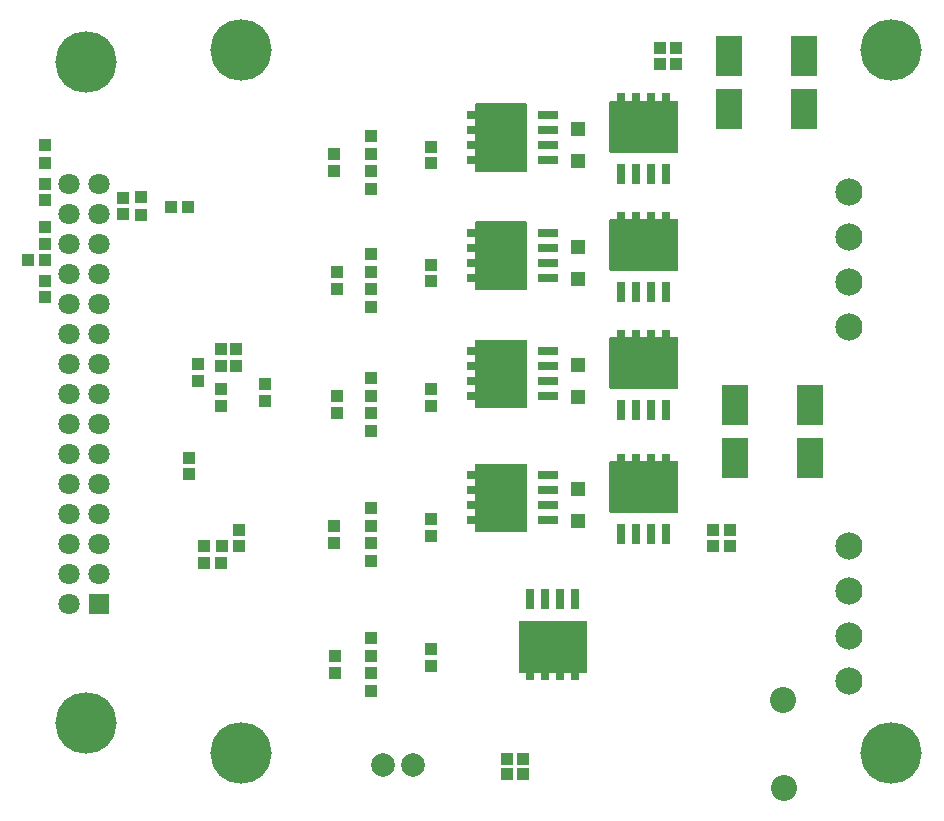
<source format=gbs>
G04 Layer_Color=16711935*
%FSLAX44Y44*%
%MOMM*%
G71*
G01*
G75*
%ADD54R,2.2032X3.4032*%
%ADD55R,1.0032X1.1032*%
%ADD56R,1.1032X1.0032*%
%ADD74C,2.0032*%
%ADD75C,1.8032*%
%ADD76R,1.8032X1.8032*%
%ADD77C,2.3032*%
%ADD78C,5.2032*%
%ADD79C,2.2032*%
%ADD80R,1.2032X1.2032*%
%ADD81R,1.7032X0.7032*%
%ADD82R,0.7032X1.7032*%
G36*
X869133Y977009D02*
X869264Y976983D01*
X869390Y976941D01*
X869509Y976882D01*
X869620Y976808D01*
X869720Y976720D01*
X869808Y976620D01*
X869882Y976509D01*
X869941Y976390D01*
X869984Y976264D01*
X870010Y976133D01*
X870018Y976000D01*
Y934000D01*
X870010Y933867D01*
X869984Y933736D01*
X869941Y933610D01*
X869882Y933491D01*
X869808Y933380D01*
X869720Y933280D01*
X869620Y933192D01*
X869509Y933118D01*
X869390Y933059D01*
X869264Y933016D01*
X869133Y932990D01*
X869000Y932982D01*
X813000D01*
X812867Y932990D01*
X812737Y933016D01*
X812610Y933059D01*
X812491Y933118D01*
X812380Y933192D01*
X812280Y933280D01*
X812192Y933380D01*
X812118Y933491D01*
X812059Y933610D01*
X812017Y933736D01*
X811991Y933867D01*
X811982Y934000D01*
Y976000D01*
X811991Y976133D01*
X812017Y976264D01*
X812059Y976390D01*
X812118Y976509D01*
X812192Y976620D01*
X812280Y976720D01*
X812380Y976808D01*
X812491Y976882D01*
X812610Y976941D01*
X812737Y976983D01*
X812867Y977009D01*
X813000Y977018D01*
X869000D01*
X869133Y977009D01*
D02*
G37*
G36*
X741133Y975009D02*
X741264Y974983D01*
X741390Y974941D01*
X741509Y974882D01*
X741620Y974808D01*
X741720Y974720D01*
X741808Y974620D01*
X741882Y974509D01*
X741941Y974390D01*
X741983Y974264D01*
X742010Y974133D01*
X742018Y974000D01*
Y918000D01*
X742010Y917867D01*
X741983Y917736D01*
X741941Y917610D01*
X741882Y917491D01*
X741808Y917380D01*
X741720Y917280D01*
X741620Y917192D01*
X741509Y917118D01*
X741390Y917059D01*
X741264Y917017D01*
X741133Y916991D01*
X741000Y916982D01*
X699000D01*
X698867Y916991D01*
X698736Y917017D01*
X698610Y917059D01*
X698491Y917118D01*
X698380Y917192D01*
X698280Y917280D01*
X698192Y917380D01*
X698118Y917491D01*
X698059Y917610D01*
X698017Y917736D01*
X697991Y917867D01*
X697982Y918000D01*
Y974000D01*
X697991Y974133D01*
X698017Y974264D01*
X698059Y974390D01*
X698118Y974509D01*
X698192Y974620D01*
X698280Y974720D01*
X698380Y974808D01*
X698491Y974882D01*
X698610Y974941D01*
X698736Y974983D01*
X698867Y975009D01*
X699000Y975018D01*
X741000D01*
X741133Y975009D01*
D02*
G37*
G36*
X869133Y877009D02*
X869264Y876983D01*
X869390Y876941D01*
X869509Y876882D01*
X869620Y876808D01*
X869720Y876720D01*
X869808Y876620D01*
X869882Y876509D01*
X869941Y876390D01*
X869984Y876264D01*
X870010Y876133D01*
X870018Y876000D01*
Y834000D01*
X870010Y833867D01*
X869984Y833736D01*
X869941Y833610D01*
X869882Y833491D01*
X869808Y833380D01*
X869720Y833280D01*
X869620Y833192D01*
X869509Y833118D01*
X869390Y833059D01*
X869264Y833017D01*
X869133Y832990D01*
X869000Y832982D01*
X813000D01*
X812867Y832990D01*
X812737Y833017D01*
X812610Y833059D01*
X812491Y833118D01*
X812380Y833192D01*
X812280Y833280D01*
X812192Y833380D01*
X812118Y833491D01*
X812059Y833610D01*
X812017Y833736D01*
X811991Y833867D01*
X811982Y834000D01*
Y876000D01*
X811991Y876133D01*
X812017Y876264D01*
X812059Y876390D01*
X812118Y876509D01*
X812192Y876620D01*
X812280Y876720D01*
X812380Y876808D01*
X812491Y876882D01*
X812610Y876941D01*
X812737Y876983D01*
X812867Y877009D01*
X813000Y877018D01*
X869000D01*
X869133Y877009D01*
D02*
G37*
G36*
X741133Y875010D02*
X741264Y874984D01*
X741390Y874941D01*
X741509Y874882D01*
X741620Y874808D01*
X741720Y874720D01*
X741808Y874620D01*
X741882Y874509D01*
X741941Y874390D01*
X741984Y874264D01*
X742010Y874133D01*
X742018Y874000D01*
Y818000D01*
X742010Y817867D01*
X741984Y817737D01*
X741941Y817610D01*
X741882Y817491D01*
X741808Y817380D01*
X741720Y817280D01*
X741620Y817192D01*
X741509Y817118D01*
X741390Y817059D01*
X741264Y817017D01*
X741133Y816991D01*
X741000Y816982D01*
X699000D01*
X698867Y816991D01*
X698737Y817017D01*
X698610Y817059D01*
X698491Y817118D01*
X698380Y817192D01*
X698280Y817280D01*
X698192Y817380D01*
X698118Y817491D01*
X698059Y817610D01*
X698017Y817737D01*
X697991Y817867D01*
X697982Y818000D01*
Y874000D01*
X697991Y874133D01*
X698017Y874264D01*
X698059Y874390D01*
X698118Y874509D01*
X698192Y874620D01*
X698280Y874720D01*
X698380Y874808D01*
X698491Y874882D01*
X698610Y874941D01*
X698737Y874984D01*
X698867Y875010D01*
X699000Y875018D01*
X741000D01*
X741133Y875010D01*
D02*
G37*
G36*
X869133Y777009D02*
X869264Y776983D01*
X869390Y776941D01*
X869509Y776882D01*
X869620Y776808D01*
X869720Y776720D01*
X869808Y776620D01*
X869882Y776509D01*
X869941Y776390D01*
X869984Y776264D01*
X870010Y776133D01*
X870018Y776000D01*
Y734000D01*
X870010Y733867D01*
X869984Y733736D01*
X869941Y733610D01*
X869882Y733491D01*
X869808Y733380D01*
X869720Y733280D01*
X869620Y733192D01*
X869509Y733118D01*
X869390Y733059D01*
X869264Y733017D01*
X869133Y732990D01*
X869000Y732982D01*
X813000D01*
X812867Y732990D01*
X812737Y733017D01*
X812610Y733059D01*
X812491Y733118D01*
X812380Y733192D01*
X812280Y733280D01*
X812192Y733380D01*
X812118Y733491D01*
X812059Y733610D01*
X812017Y733736D01*
X811991Y733867D01*
X811982Y734000D01*
Y776000D01*
X811991Y776133D01*
X812017Y776264D01*
X812059Y776390D01*
X812118Y776509D01*
X812192Y776620D01*
X812280Y776720D01*
X812380Y776808D01*
X812491Y776882D01*
X812610Y776941D01*
X812737Y776983D01*
X812867Y777009D01*
X813000Y777018D01*
X869000D01*
X869133Y777009D01*
D02*
G37*
G36*
X741133Y775009D02*
X741264Y774984D01*
X741390Y774941D01*
X741509Y774882D01*
X741620Y774808D01*
X741720Y774720D01*
X741808Y774620D01*
X741882Y774509D01*
X741941Y774390D01*
X741983Y774264D01*
X742010Y774133D01*
X742018Y774000D01*
Y718000D01*
X742010Y717867D01*
X741983Y717736D01*
X741941Y717610D01*
X741882Y717491D01*
X741808Y717380D01*
X741720Y717280D01*
X741620Y717192D01*
X741509Y717118D01*
X741390Y717059D01*
X741264Y717017D01*
X741133Y716991D01*
X741000Y716982D01*
X699000D01*
X698867Y716991D01*
X698736Y717017D01*
X698610Y717059D01*
X698491Y717118D01*
X698380Y717192D01*
X698280Y717280D01*
X698192Y717380D01*
X698118Y717491D01*
X698059Y717610D01*
X698017Y717736D01*
X697991Y717867D01*
X697982Y718000D01*
Y774000D01*
X697991Y774133D01*
X698017Y774264D01*
X698059Y774390D01*
X698118Y774509D01*
X698192Y774620D01*
X698280Y774720D01*
X698380Y774808D01*
X698491Y774882D01*
X698610Y774941D01*
X698736Y774984D01*
X698867Y775009D01*
X699000Y775018D01*
X741000D01*
X741133Y775009D01*
D02*
G37*
G36*
X869133Y672009D02*
X869264Y671983D01*
X869390Y671941D01*
X869509Y671882D01*
X869620Y671808D01*
X869720Y671720D01*
X869808Y671620D01*
X869882Y671509D01*
X869941Y671390D01*
X869984Y671264D01*
X870010Y671133D01*
X870018Y671000D01*
Y629000D01*
X870010Y628867D01*
X869984Y628736D01*
X869941Y628610D01*
X869882Y628491D01*
X869808Y628380D01*
X869720Y628280D01*
X869620Y628192D01*
X869509Y628118D01*
X869390Y628059D01*
X869264Y628017D01*
X869133Y627990D01*
X869000Y627982D01*
X813000D01*
X812867Y627990D01*
X812737Y628017D01*
X812610Y628059D01*
X812491Y628118D01*
X812380Y628192D01*
X812280Y628280D01*
X812192Y628380D01*
X812118Y628491D01*
X812059Y628610D01*
X812017Y628736D01*
X811991Y628867D01*
X811982Y629000D01*
Y671000D01*
X811991Y671133D01*
X812017Y671264D01*
X812059Y671390D01*
X812118Y671509D01*
X812192Y671620D01*
X812280Y671720D01*
X812380Y671808D01*
X812491Y671882D01*
X812610Y671941D01*
X812737Y671983D01*
X812867Y672009D01*
X813000Y672018D01*
X869000D01*
X869133Y672009D01*
D02*
G37*
G36*
X741133Y670009D02*
X741264Y669983D01*
X741390Y669941D01*
X741509Y669882D01*
X741620Y669808D01*
X741720Y669720D01*
X741808Y669620D01*
X741882Y669509D01*
X741941Y669390D01*
X741983Y669264D01*
X742010Y669133D01*
X742018Y669000D01*
Y613000D01*
X742010Y612867D01*
X741983Y612736D01*
X741941Y612610D01*
X741882Y612491D01*
X741808Y612380D01*
X741720Y612280D01*
X741620Y612192D01*
X741509Y612118D01*
X741390Y612059D01*
X741264Y612016D01*
X741133Y611991D01*
X741000Y611982D01*
X699000D01*
X698867Y611991D01*
X698736Y612016D01*
X698610Y612059D01*
X698491Y612118D01*
X698380Y612192D01*
X698280Y612280D01*
X698192Y612380D01*
X698118Y612491D01*
X698059Y612610D01*
X698017Y612736D01*
X697991Y612867D01*
X697982Y613000D01*
Y669000D01*
X697991Y669133D01*
X698017Y669264D01*
X698059Y669390D01*
X698118Y669509D01*
X698192Y669620D01*
X698280Y669720D01*
X698380Y669808D01*
X698491Y669882D01*
X698610Y669941D01*
X698736Y669983D01*
X698867Y670009D01*
X699000Y670018D01*
X741000D01*
X741133Y670009D01*
D02*
G37*
G36*
X792133Y537010D02*
X792263Y536983D01*
X792390Y536941D01*
X792509Y536882D01*
X792620Y536808D01*
X792720Y536720D01*
X792808Y536620D01*
X792882Y536509D01*
X792941Y536390D01*
X792983Y536264D01*
X793009Y536133D01*
X793018Y536000D01*
Y494000D01*
X793009Y493867D01*
X792983Y493736D01*
X792941Y493610D01*
X792882Y493491D01*
X792808Y493380D01*
X792720Y493280D01*
X792620Y493192D01*
X792509Y493118D01*
X792390Y493059D01*
X792263Y493017D01*
X792133Y492991D01*
X792000Y492982D01*
X736000D01*
X735867Y492991D01*
X735736Y493017D01*
X735610Y493059D01*
X735491Y493118D01*
X735380Y493192D01*
X735280Y493280D01*
X735192Y493380D01*
X735118Y493491D01*
X735059Y493610D01*
X735016Y493736D01*
X734990Y493867D01*
X734982Y494000D01*
Y536000D01*
X734990Y536133D01*
X735016Y536264D01*
X735059Y536390D01*
X735118Y536509D01*
X735192Y536620D01*
X735280Y536720D01*
X735380Y536808D01*
X735491Y536882D01*
X735610Y536941D01*
X735736Y536983D01*
X735867Y537010D01*
X736000Y537018D01*
X792000D01*
X792133Y537010D01*
D02*
G37*
D54*
X981700Y720000D02*
D03*
X918300D02*
D03*
X981700Y675000D02*
D03*
X918300D02*
D03*
X976700Y1015000D02*
D03*
X913300D02*
D03*
X976700Y970000D02*
D03*
X913300D02*
D03*
D55*
X468380Y600000D02*
D03*
X483620D02*
D03*
X469000Y586000D02*
D03*
X483000D02*
D03*
X334000Y842000D02*
D03*
X320000D02*
D03*
X441000Y887000D02*
D03*
X455000D02*
D03*
X725000Y420000D02*
D03*
X739000D02*
D03*
Y407000D02*
D03*
X725000D02*
D03*
D56*
X610000Y902380D02*
D03*
Y917620D02*
D03*
X661000Y719000D02*
D03*
Y733000D02*
D03*
X610000Y742620D02*
D03*
Y727380D02*
D03*
X581000Y727000D02*
D03*
Y713000D02*
D03*
X610000Y697380D02*
D03*
Y712620D02*
D03*
Y802380D02*
D03*
Y817620D02*
D03*
X900000Y600000D02*
D03*
Y614000D02*
D03*
X661000Y499000D02*
D03*
Y513000D02*
D03*
X580000Y507000D02*
D03*
Y493000D02*
D03*
X610000Y477380D02*
D03*
Y492620D02*
D03*
Y587380D02*
D03*
Y602620D02*
D03*
X579000Y617000D02*
D03*
Y603000D02*
D03*
X456000Y661000D02*
D03*
Y675000D02*
D03*
X483000Y719000D02*
D03*
Y733000D02*
D03*
X520000Y723000D02*
D03*
Y737000D02*
D03*
X496000Y767000D02*
D03*
Y753000D02*
D03*
X483000Y767000D02*
D03*
Y753000D02*
D03*
X464000Y740000D02*
D03*
Y754000D02*
D03*
X334000Y893000D02*
D03*
Y907000D02*
D03*
X400000Y881000D02*
D03*
Y895000D02*
D03*
X415000Y895620D02*
D03*
Y880380D02*
D03*
X334000Y856000D02*
D03*
Y870000D02*
D03*
Y825000D02*
D03*
Y811000D02*
D03*
Y924380D02*
D03*
Y939620D02*
D03*
X855000Y1008000D02*
D03*
Y1022000D02*
D03*
X498000Y600000D02*
D03*
Y614000D02*
D03*
X661000Y924350D02*
D03*
Y938350D02*
D03*
X610000Y522620D02*
D03*
Y507380D02*
D03*
Y947620D02*
D03*
Y932380D02*
D03*
Y847620D02*
D03*
Y832380D02*
D03*
Y632620D02*
D03*
Y617380D02*
D03*
X579000Y932000D02*
D03*
Y918000D02*
D03*
X581000Y832000D02*
D03*
Y818000D02*
D03*
X661000Y824350D02*
D03*
Y838350D02*
D03*
Y609000D02*
D03*
Y623000D02*
D03*
X914000Y600000D02*
D03*
Y614000D02*
D03*
X868000Y1008000D02*
D03*
Y1022000D02*
D03*
D74*
X620000Y415000D02*
D03*
X645400D02*
D03*
D75*
X354600Y907000D02*
D03*
Y881600D02*
D03*
Y856200D02*
D03*
Y830800D02*
D03*
Y805400D02*
D03*
X380000D02*
D03*
Y830800D02*
D03*
Y856200D02*
D03*
Y881600D02*
D03*
Y907000D02*
D03*
Y780000D02*
D03*
Y754600D02*
D03*
Y729200D02*
D03*
Y703800D02*
D03*
Y678400D02*
D03*
Y653000D02*
D03*
Y627600D02*
D03*
Y602200D02*
D03*
Y576800D02*
D03*
X354600Y551400D02*
D03*
Y576800D02*
D03*
Y602200D02*
D03*
Y627600D02*
D03*
Y653000D02*
D03*
Y678400D02*
D03*
Y780000D02*
D03*
Y729200D02*
D03*
Y754600D02*
D03*
Y703800D02*
D03*
D76*
X380000Y551400D02*
D03*
D77*
X1015000Y900000D02*
D03*
Y861900D02*
D03*
Y823800D02*
D03*
Y785700D02*
D03*
X1015000Y600000D02*
D03*
Y561900D02*
D03*
Y523800D02*
D03*
Y485700D02*
D03*
D78*
X500000Y1020000D02*
D03*
X1050000D02*
D03*
Y425000D02*
D03*
X369000Y1010000D02*
D03*
Y450000D02*
D03*
X500000Y425000D02*
D03*
D79*
X959000Y470000D02*
D03*
X960000Y395000D02*
D03*
D80*
X785000Y953500D02*
D03*
Y926500D02*
D03*
X785000Y853500D02*
D03*
Y826500D02*
D03*
X785000Y753500D02*
D03*
Y726500D02*
D03*
Y648500D02*
D03*
Y621500D02*
D03*
D81*
X760000Y660000D02*
D03*
Y647300D02*
D03*
Y634600D02*
D03*
Y621900D02*
D03*
X700000D02*
D03*
Y634600D02*
D03*
Y647300D02*
D03*
Y660000D02*
D03*
X760000Y965000D02*
D03*
Y952300D02*
D03*
Y939600D02*
D03*
Y926900D02*
D03*
X700000D02*
D03*
Y939600D02*
D03*
Y952300D02*
D03*
Y965000D02*
D03*
X760000Y765000D02*
D03*
Y752300D02*
D03*
Y739600D02*
D03*
Y726900D02*
D03*
X700000D02*
D03*
Y739600D02*
D03*
Y752300D02*
D03*
Y765000D02*
D03*
X760000Y865000D02*
D03*
Y852300D02*
D03*
Y839600D02*
D03*
Y826900D02*
D03*
X700000D02*
D03*
Y839600D02*
D03*
Y852300D02*
D03*
Y865000D02*
D03*
D82*
X860000Y610000D02*
D03*
X847300D02*
D03*
X834600D02*
D03*
X821900D02*
D03*
Y670000D02*
D03*
X834600D02*
D03*
X847300D02*
D03*
X860000D02*
D03*
X745000Y555000D02*
D03*
X757700D02*
D03*
X770400D02*
D03*
X783100D02*
D03*
Y495000D02*
D03*
X770400D02*
D03*
X757700D02*
D03*
X745000D02*
D03*
X860000Y915000D02*
D03*
X847300D02*
D03*
X834600D02*
D03*
X821900D02*
D03*
Y975000D02*
D03*
X834600D02*
D03*
X847300D02*
D03*
X860000D02*
D03*
X860000Y715000D02*
D03*
X847300D02*
D03*
X834600D02*
D03*
X821900D02*
D03*
Y775000D02*
D03*
X834600D02*
D03*
X847300D02*
D03*
X860000D02*
D03*
X860000Y815000D02*
D03*
X847300D02*
D03*
X834600D02*
D03*
X821900D02*
D03*
Y875000D02*
D03*
X834600D02*
D03*
X847300D02*
D03*
X860000D02*
D03*
M02*

</source>
